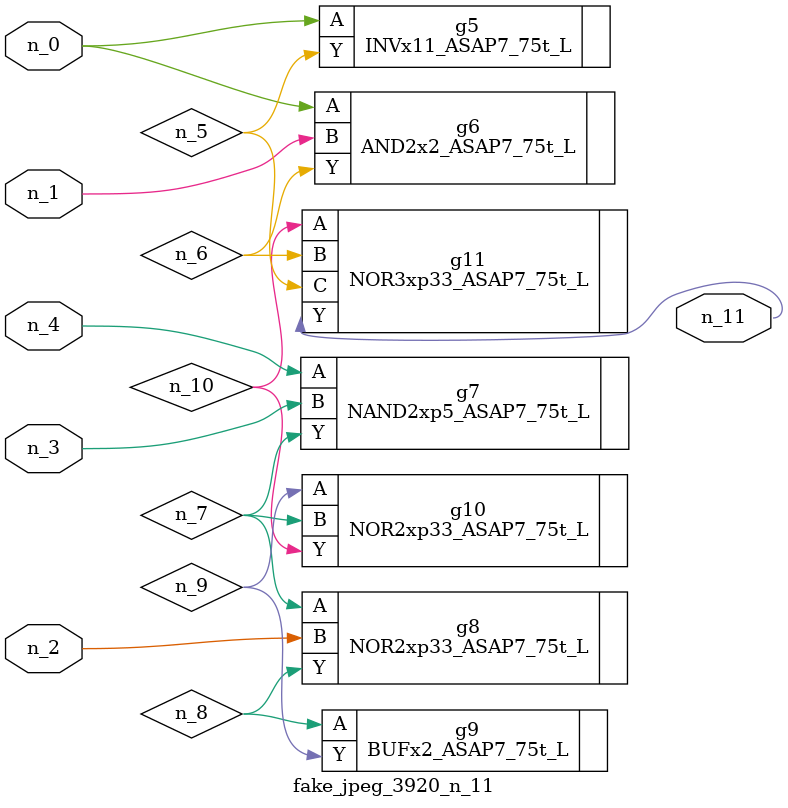
<source format=v>
module fake_jpeg_3920_n_11 (n_3, n_2, n_1, n_0, n_4, n_11);

input n_3;
input n_2;
input n_1;
input n_0;
input n_4;

output n_11;

wire n_10;
wire n_8;
wire n_9;
wire n_6;
wire n_5;
wire n_7;

INVx11_ASAP7_75t_L g5 ( 
.A(n_0),
.Y(n_5)
);

AND2x2_ASAP7_75t_L g6 ( 
.A(n_0),
.B(n_1),
.Y(n_6)
);

NAND2xp5_ASAP7_75t_L g7 ( 
.A(n_4),
.B(n_3),
.Y(n_7)
);

NOR2xp33_ASAP7_75t_L g8 ( 
.A(n_7),
.B(n_2),
.Y(n_8)
);

BUFx2_ASAP7_75t_L g9 ( 
.A(n_8),
.Y(n_9)
);

NOR2xp33_ASAP7_75t_L g10 ( 
.A(n_9),
.B(n_7),
.Y(n_10)
);

NOR3xp33_ASAP7_75t_L g11 ( 
.A(n_10),
.B(n_6),
.C(n_5),
.Y(n_11)
);


endmodule
</source>
